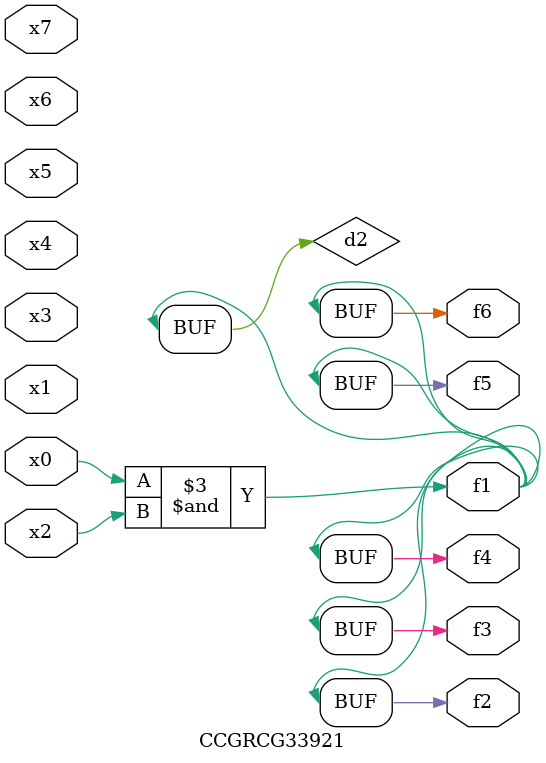
<source format=v>
module CCGRCG33921(
	input x0, x1, x2, x3, x4, x5, x6, x7,
	output f1, f2, f3, f4, f5, f6
);

	wire d1, d2;

	nor (d1, x3, x6);
	and (d2, x0, x2);
	assign f1 = d2;
	assign f2 = d2;
	assign f3 = d2;
	assign f4 = d2;
	assign f5 = d2;
	assign f6 = d2;
endmodule

</source>
